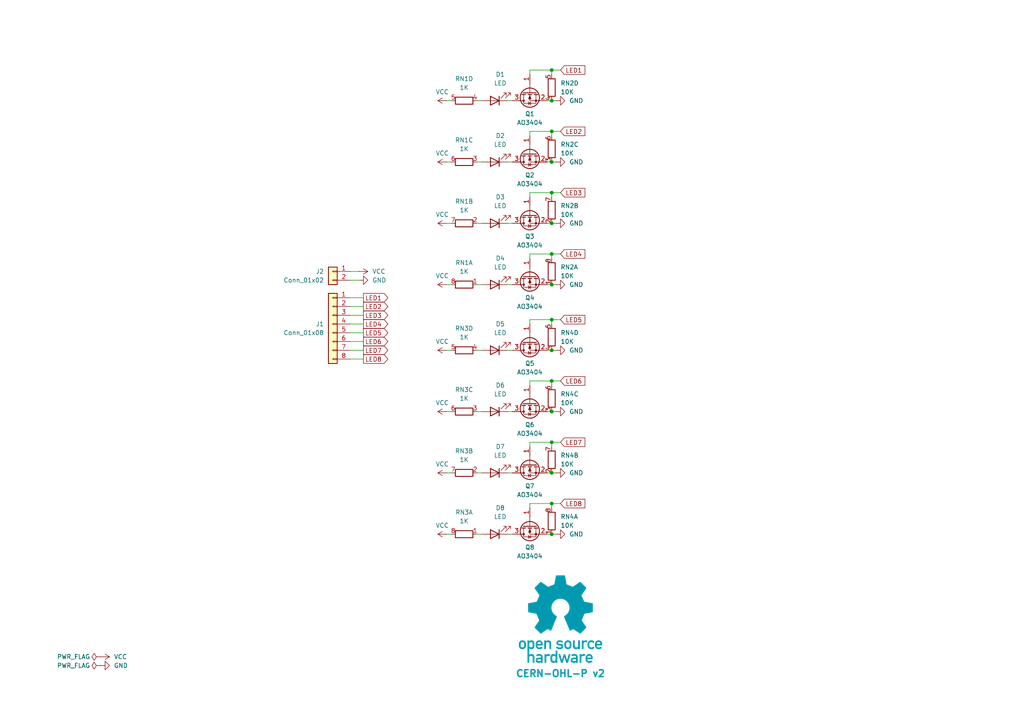
<source format=kicad_sch>
(kicad_sch (version 20231120) (generator "eeschema") (generator_version "8.0")
  (paper "A4")
  (title_block (title "Logic LED Jig") (date "2024-03-22"))
  (lib_symbols
    (symbol "Connector_Generic:Conn_01x02" (pin_names (offset 1.016) hide)
      (property "Reference" "J" (at 0 2.54 0))
      (property "Value" "Conn_01x02" (at 0 -5.08 0))
      (symbol "Conn_01x02_1_1"
        (rectangle (start -1.27 -2.413) (end 0 -2.667) (stroke (width 0.1524)))
        (rectangle (start -1.27 0.127) (end 0 -0.127) (stroke (width 0.1524)))
        (rectangle (start -1.27 1.27) (end 1.27 -3.81) (stroke (width 0.254)) (fill (type background)))
        (pin passive line (at -5.08 0 0) (length 3.81) (name "Pin_1") (number "1"))
        (pin passive line (at -5.08 -2.54 0) (length 3.81) (name "Pin_2") (number "2"))
      )
    )
    (symbol "Connector_Generic:Conn_01x08" (pin_names (offset 1.016) hide)
      (property "Reference" "J" (at 0 10.16 0))
      (property "Value" "Conn_01x08" (at 0 -12.7 0))
      (symbol "Conn_01x08_1_1"
        (rectangle (start -1.27 -10.033) (end 0 -10.287) (stroke (width 0.1524)))
        (rectangle (start -1.27 -7.493) (end 0 -7.747) (stroke (width 0.1524)))
        (rectangle (start -1.27 -4.953) (end 0 -5.207) (stroke (width 0.1524)))
        (rectangle (start -1.27 -2.413) (end 0 -2.667) (stroke (width 0.1524)))
        (rectangle (start -1.27 0.127) (end 0 -0.127) (stroke (width 0.1524)))
        (rectangle (start -1.27 2.667) (end 0 2.413) (stroke (width 0.1524)))
        (rectangle (start -1.27 5.207) (end 0 4.953) (stroke (width 0.1524)))
        (rectangle (start -1.27 7.747) (end 0 7.493) (stroke (width 0.1524)))
        (rectangle (start -1.27 8.89) (end 1.27 -11.43) (stroke (width 0.254)) (fill (type background)))
        (pin passive line (at -5.08 7.62 0) (length 3.81) (name "Pin_1") (number "1"))
        (pin passive line (at -5.08 5.08 0) (length 3.81) (name "Pin_2") (number "2"))
        (pin passive line (at -5.08 2.54 0) (length 3.81) (name "Pin_3") (number "3"))
        (pin passive line (at -5.08 0 0) (length 3.81) (name "Pin_4") (number "4"))
        (pin passive line (at -5.08 -2.54 0) (length 3.81) (name "Pin_5") (number "5"))
        (pin passive line (at -5.08 -5.08 0) (length 3.81) (name "Pin_6") (number "6"))
        (pin passive line (at -5.08 -7.62 0) (length 3.81) (name "Pin_7") (number "7"))
        (pin passive line (at -5.08 -10.16 0) (length 3.81) (name "Pin_8") (number "8"))
      )
    )
    (symbol "Device:LED" (pin_numbers hide) (pin_names (offset 1.016) hide)
      (property "Reference" "D" (at 0 2.54 0))
      (property "Value" "LED" (at 0 -2.54 0))
      (symbol "LED_0_1"
        (polyline (pts (xy -1.27 -1.27) (xy -1.27 1.27)) (stroke (width 0.254)))
        (polyline (pts (xy -1.27 0) (xy 1.27 0)))
        (polyline (pts (xy 1.27 -1.27) (xy 1.27 1.27) (xy -1.27 0) (xy 1.27 -1.27)) (stroke (width 0.254)))
        (polyline (pts (xy -3.048 -0.762) (xy -4.572 -2.286) (xy -3.81 -2.286) (xy -4.572 -2.286) (xy -4.572 -1.524)))
        (polyline (pts (xy -1.778 -0.762) (xy -3.302 -2.286) (xy -2.54 -2.286) (xy -3.302 -2.286) (xy -3.302 -1.524)))
      )
      (symbol "LED_1_1"
        (pin passive line (at -3.81 0 0) (length 2.54) (name "K") (number "1"))
        (pin passive line (at 3.81 0 180) (length 2.54) (name "A") (number "2"))
      )
    )
    (symbol "Device:R_Pack04_Split" (pin_names (offset 0) hide)
      (property "Reference" "RN" (at 2.032 0 90))
      (property "Value" "R_Pack04_Split" (at 0 0 90))
      (symbol "R_Pack04_Split_0_1"
        (rectangle (start 1.016 2.54) (end -1.016 -2.54) (stroke (width 0.254)))
      )
      (symbol "R_Pack04_Split_1_1"
        (pin passive line (at 0 -3.81 90) (length 1.27) (name "R1.1") (number "1"))
        (pin passive line (at 0 3.81 270) (length 1.27) (name "R1.2") (number "8"))
      )
      (symbol "R_Pack04_Split_2_1"
        (pin passive line (at 0 -3.81 90) (length 1.27) (name "R2.1") (number "2"))
        (pin passive line (at 0 3.81 270) (length 1.27) (name "R2.2") (number "7"))
      )
      (symbol "R_Pack04_Split_3_1"
        (pin passive line (at 0 -3.81 90) (length 1.27) (name "R3.1") (number "3"))
        (pin passive line (at 0 3.81 270) (length 1.27) (name "R3.2") (number "6"))
      )
      (symbol "R_Pack04_Split_4_1"
        (pin passive line (at 0 -3.81 90) (length 1.27) (name "R4.1") (number "4"))
        (pin passive line (at 0 3.81 270) (length 1.27) (name "R4.2") (number "5"))
      )
    )
    (symbol "Transistor_FET:AO3400A" (pin_names hide)
      (property "Reference" "Q" (at 5.08 1.905 0))
      (property "Value" "AO3400A" (at 5.08 0 0))
      (symbol "AO3400A_0_1"
        (polyline (pts (xy 0.254 0) (xy -2.54 0)))
        (polyline (pts (xy 0.254 1.905) (xy 0.254 -1.905)) (stroke (width 0.254)))
        (polyline (pts (xy 0.762 -1.27) (xy 0.762 -2.286)) (stroke (width 0.254)))
        (polyline (pts (xy 0.762 0.508) (xy 0.762 -0.508)) (stroke (width 0.254)))
        (polyline (pts (xy 0.762 2.286) (xy 0.762 1.27)) (stroke (width 0.254)))
        (polyline (pts (xy 2.54 2.54) (xy 2.54 1.778)))
        (polyline (pts (xy 2.54 -2.54) (xy 2.54 0) (xy 0.762 0)))
        (polyline (pts (xy 0.762 -1.778) (xy 3.302 -1.778) (xy 3.302 1.778) (xy 0.762 1.778)))
        (polyline (pts (xy 1.016 0) (xy 2.032 0.381) (xy 2.032 -0.381) (xy 1.016 0)) (fill (type outline)))
        (polyline (pts (xy 2.794 0.508) (xy 2.921 0.381) (xy 3.683 0.381) (xy 3.81 0.254)))
        (polyline (pts (xy 3.302 0.381) (xy 2.921 -0.254) (xy 3.683 -0.254) (xy 3.302 0.381)))
        (circle (center 1.651 0) (radius 2.794) (stroke (width 0.254)))
        (circle (center 2.54 -1.778) (radius 0.254) (fill (type outline)))
        (circle (center 2.54 1.778) (radius 0.254) (fill (type outline)))
      )
      (symbol "AO3400A_1_1"
        (pin input line (at -5.08 0 0) (length 2.54) (name "G") (number "1"))
        (pin passive line (at 2.54 -5.08 90) (length 2.54) (name "S") (number "2"))
        (pin passive line (at 2.54 5.08 270) (length 2.54) (name "D") (number "3"))
      )
    )
    (symbol "power:GND" (power) (pin_numbers hide) (pin_names (offset 0) hide)
      (property "Value" "GND" (at 0 -3.81 0))
      (symbol "GND_0_1"
        (polyline (pts (xy 0 0) (xy 0 -1.27) (xy 1.27 -1.27) (xy 0 -2.54) (xy -1.27 -1.27) (xy 0 -1.27)))
      )
      (symbol "GND_1_1"
        (pin power_in line (at 0 0 270) (length 0) (name "~") (number "1"))
      )
    )
    (symbol "power:PWR_FLAG" (power) (pin_numbers hide) (pin_names (offset 0) hide)
      (property "Value" "PWR_FLAG" (at 0 3.81 0))
      (symbol "PWR_FLAG_0_0"
        (pin power_out line (at 0 0 90) (length 0) (name "~") (number "1"))
      )
      (symbol "PWR_FLAG_0_1"
        (polyline (pts (xy 0 0) (xy 0 1.27) (xy -1.016 1.905) (xy 0 2.54) (xy 1.016 1.905) (xy 0 1.27)))
      )
    )
    (symbol "power:VCC" (power) (pin_numbers hide) (pin_names (offset 0) hide)
      (property "Value" "VCC" (at 0 3.556 0))
      (symbol "VCC_0_1"
        (polyline (pts (xy -0.762 1.27) (xy 0 2.54)))
        (polyline (pts (xy 0 0) (xy 0 2.54)))
        (polyline (pts (xy 0 2.54) (xy 0.762 1.27)))
      )
      (symbol "VCC_1_1"
        (pin power_in line (at 0 0 90) (length 0) (name "~") (number "1"))
      )
    )
  )
  (junction (at 160.02 119.38))
  (junction (at 160.02 73.66))
  (junction (at 160.02 82.55))
  (junction (at 160.02 128.27))
  (junction (at 160.02 29.21))
  (junction (at 160.02 154.94))
  (junction (at 160.02 20.32))
  (junction (at 160.02 101.6))
  (junction (at 160.02 110.49))
  (junction (at 160.02 92.71))
  (junction (at 160.02 146.05))
  (junction (at 160.02 38.1))
  (junction (at 160.02 46.99))
  (junction (at 160.02 137.16))
  (junction (at 160.02 55.88))
  (junction (at 160.02 64.77))
  (wire (pts (xy 153.67 38.1) (xy 153.67 39.37)))
  (wire (pts (xy 147.32 82.55) (xy 148.59 82.55)))
  (wire (pts (xy 147.32 154.94) (xy 148.59 154.94)))
  (wire (pts (xy 101.6 93.98) (xy 105.41 93.98)))
  (wire (pts (xy 101.6 99.06) (xy 105.41 99.06)))
  (wire (pts (xy 160.02 128.27) (xy 153.67 128.27)))
  (wire (pts (xy 101.6 78.74) (xy 104.14 78.74)))
  (wire (pts (xy 160.02 21.59) (xy 160.02 20.32)))
  (wire (pts (xy 129.54 137.16) (xy 130.81 137.16)))
  (wire (pts (xy 101.6 104.14) (xy 105.41 104.14)))
  (wire (pts (xy 158.75 101.6) (xy 160.02 101.6)))
  (wire (pts (xy 129.54 101.6) (xy 130.81 101.6)))
  (wire (pts (xy 160.02 73.66) (xy 162.56 73.66)))
  (wire (pts (xy 160.02 73.66) (xy 153.67 73.66)))
  (wire (pts (xy 129.54 82.55) (xy 130.81 82.55)))
  (wire (pts (xy 160.02 92.71) (xy 162.56 92.71)))
  (wire (pts (xy 158.75 154.94) (xy 160.02 154.94)))
  (wire (pts (xy 160.02 82.55) (xy 161.29 82.55)))
  (wire (pts (xy 158.75 29.21) (xy 160.02 29.21)))
  (wire (pts (xy 160.02 20.32) (xy 162.56 20.32)))
  (wire (pts (xy 160.02 137.16) (xy 161.29 137.16)))
  (wire (pts (xy 160.02 55.88) (xy 162.56 55.88)))
  (wire (pts (xy 160.02 38.1) (xy 153.67 38.1)))
  (wire (pts (xy 160.02 154.94) (xy 161.29 154.94)))
  (wire (pts (xy 147.32 119.38) (xy 148.59 119.38)))
  (wire (pts (xy 160.02 147.32) (xy 160.02 146.05)))
  (wire (pts (xy 160.02 93.98) (xy 160.02 92.71)))
  (wire (pts (xy 153.67 92.71) (xy 153.67 93.98)))
  (wire (pts (xy 153.67 73.66) (xy 153.67 74.93)))
  (wire (pts (xy 153.67 55.88) (xy 153.67 57.15)))
  (wire (pts (xy 160.02 110.49) (xy 162.56 110.49)))
  (wire (pts (xy 158.75 119.38) (xy 160.02 119.38)))
  (wire (pts (xy 138.43 46.99) (xy 139.7 46.99)))
  (wire (pts (xy 129.54 29.21) (xy 130.81 29.21)))
  (wire (pts (xy 101.6 81.28) (xy 104.14 81.28)))
  (wire (pts (xy 160.02 64.77) (xy 161.29 64.77)))
  (wire (pts (xy 160.02 57.15) (xy 160.02 55.88)))
  (wire (pts (xy 160.02 101.6) (xy 161.29 101.6)))
  (wire (pts (xy 129.54 46.99) (xy 130.81 46.99)))
  (wire (pts (xy 158.75 137.16) (xy 160.02 137.16)))
  (wire (pts (xy 138.43 154.94) (xy 139.7 154.94)))
  (wire (pts (xy 160.02 38.1) (xy 162.56 38.1)))
  (wire (pts (xy 160.02 129.54) (xy 160.02 128.27)))
  (wire (pts (xy 138.43 101.6) (xy 139.7 101.6)))
  (wire (pts (xy 147.32 64.77) (xy 148.59 64.77)))
  (wire (pts (xy 160.02 110.49) (xy 153.67 110.49)))
  (wire (pts (xy 147.32 46.99) (xy 148.59 46.99)))
  (wire (pts (xy 160.02 39.37) (xy 160.02 38.1)))
  (wire (pts (xy 158.75 82.55) (xy 160.02 82.55)))
  (wire (pts (xy 160.02 74.93) (xy 160.02 73.66)))
  (wire (pts (xy 129.54 64.77) (xy 130.81 64.77)))
  (wire (pts (xy 153.67 146.05) (xy 153.67 147.32)))
  (wire (pts (xy 160.02 55.88) (xy 153.67 55.88)))
  (wire (pts (xy 129.54 119.38) (xy 130.81 119.38)))
  (wire (pts (xy 147.32 137.16) (xy 148.59 137.16)))
  (wire (pts (xy 138.43 82.55) (xy 139.7 82.55)))
  (wire (pts (xy 153.67 110.49) (xy 153.67 111.76)))
  (wire (pts (xy 138.43 137.16) (xy 139.7 137.16)))
  (wire (pts (xy 160.02 92.71) (xy 153.67 92.71)))
  (wire (pts (xy 138.43 119.38) (xy 139.7 119.38)))
  (wire (pts (xy 158.75 64.77) (xy 160.02 64.77)))
  (wire (pts (xy 101.6 86.36) (xy 105.41 86.36)))
  (wire (pts (xy 153.67 128.27) (xy 153.67 129.54)))
  (wire (pts (xy 101.6 88.9) (xy 105.41 88.9)))
  (wire (pts (xy 160.02 29.21) (xy 161.29 29.21)))
  (wire (pts (xy 138.43 64.77) (xy 139.7 64.77)))
  (wire (pts (xy 160.02 146.05) (xy 162.56 146.05)))
  (wire (pts (xy 160.02 128.27) (xy 162.56 128.27)))
  (wire (pts (xy 158.75 46.99) (xy 160.02 46.99)))
  (wire (pts (xy 160.02 111.76) (xy 160.02 110.49)))
  (wire (pts (xy 160.02 146.05) (xy 153.67 146.05)))
  (wire (pts (xy 101.6 91.44) (xy 105.41 91.44)))
  (wire (pts (xy 160.02 119.38) (xy 161.29 119.38)))
  (wire (pts (xy 153.67 20.32) (xy 153.67 21.59)))
  (wire (pts (xy 160.02 20.32) (xy 153.67 20.32)))
  (wire (pts (xy 138.43 29.21) (xy 139.7 29.21)))
  (wire (pts (xy 160.02 46.99) (xy 161.29 46.99)))
  (wire (pts (xy 147.32 29.21) (xy 148.59 29.21)))
  (wire (pts (xy 101.6 101.6) (xy 105.41 101.6)))
  (wire (pts (xy 101.6 96.52) (xy 105.41 96.52)))
  (wire (pts (xy 147.32 101.6) (xy 148.59 101.6)))
  (wire (pts (xy 129.54 154.94) (xy 130.81 154.94)))
  (image (at 162.56 179.578) (scale 0.37481))
  (text "CERN-OHL-P v2" (at 162.56 195.58 0) (effects (font (size 2 2) (thickness 0.4) (bold yes))))
  (global_label "LED5" (shape input) (at 162.56 92.71 0) (property "Intersheetrefs" "${INTERSHEET_REFS}" (effects (hide yes))))
  (global_label "LED3" (shape output) (at 105.41 91.44 0) (property "Intersheetrefs" "${INTERSHEET_REFS}" (effects (hide yes))))
  (global_label "LED8" (shape output) (at 105.41 104.14 0) (property "Intersheetrefs" "${INTERSHEET_REFS}" (effects (hide yes))))
  (global_label "LED2" (shape output) (at 105.41 88.9 0) (property "Intersheetrefs" "${INTERSHEET_REFS}" (effects (hide yes))))
  (global_label "LED5" (shape output) (at 105.41 96.52 0) (property "Intersheetrefs" "${INTERSHEET_REFS}" (effects (hide yes))))
  (global_label "LED6" (shape input) (at 162.56 110.49 0) (property "Intersheetrefs" "${INTERSHEET_REFS}" (effects (hide yes))))
  (global_label "LED7" (shape output) (at 105.41 101.6 0) (property "Intersheetrefs" "${INTERSHEET_REFS}" (effects (hide yes))))
  (global_label "LED4" (shape input) (at 162.56 73.66 0) (property "Intersheetrefs" "${INTERSHEET_REFS}" (effects (hide yes))))
  (global_label "LED1" (shape input) (at 162.56 20.32 0) (property "Intersheetrefs" "${INTERSHEET_REFS}" (effects (hide yes))))
  (global_label "LED7" (shape input) (at 162.56 128.27 0) (property "Intersheetrefs" "${INTERSHEET_REFS}" (effects (hide yes))))
  (global_label "LED1" (shape output) (at 105.41 86.36 0) (property "Intersheetrefs" "${INTERSHEET_REFS}" (effects (hide yes))))
  (global_label "LED2" (shape input) (at 162.56 38.1 0) (property "Intersheetrefs" "${INTERSHEET_REFS}" (effects (hide yes))))
  (global_label "LED4" (shape output) (at 105.41 93.98 0) (property "Intersheetrefs" "${INTERSHEET_REFS}" (effects (hide yes))))
  (global_label "LED8" (shape input) (at 162.56 146.05 0) (property "Intersheetrefs" "${INTERSHEET_REFS}" (effects (hide yes))))
  (global_label "LED3" (shape input) (at 162.56 55.88 0) (property "Intersheetrefs" "${INTERSHEET_REFS}" (effects (hide yes))))
  (global_label "LED6" (shape output) (at 105.41 99.06 0) (property "Intersheetrefs" "${INTERSHEET_REFS}" (effects (hide yes))))
  (symbol (lib_id "Connector_Generic:Conn_01x08") (at 96.52 93.98 0) (mirror y) (unit 1)
    (property "Reference" "J1" (at 93.98 93.9799 0) (effects (justify left)))
    (property "Value" "Conn_01x08" (at 93.98 96.5199 0) (effects (justify left)))
    (property "Footprint" "custom:PinHeader_1x08_P2.54mm_Vertical_simple" (effects (hide yes)))
    (property "Description" "Generic connector, single row, 01x08, script generated (kicad-library-utils/schlib/autogen/connector/)" (effects (hide yes)))
  )
  (symbol (lib_id "Device:R_Pack04_Split") (at 160.02 115.57 0) (unit 3)
    (property "Reference" "RN4" (at 162.56 114.2999 0) (effects (justify left)))
    (property "Value" "10K" (at 162.56 116.8399 0) (effects (justify left)))
    (property "Footprint" "Resistor_SMD:R_Array_Convex_4x0603" (effects (hide yes)))
    (property "Description" "4 resistor network, parallel topology, split" (effects (hide yes)))
  )
  (symbol (lib_id "Device:LED") (at 143.51 154.94 180) (unit 1)
    (property "Reference" "D8" (at 145.0975 147.32 0))
    (property "Value" "LED" (at 145.0975 149.86 0))
    (property "Footprint" "discrete:LED_0805_2012Metric" (effects (hide yes)))
    (property "Description" "Light emitting diode" (effects (hide yes)))
  )
  (symbol (lib_id "Transistor_FET:AO3400A") (at 153.67 44.45 90) (mirror x) (unit 1)
    (property "Reference" "Q2" (at 153.67 50.8 90))
    (property "Value" "AO3404	" (at 154.94 53.34 90))
    (property "Footprint" "Package_TO_SOT_SMD:SOT-23" (effects (hide yes)))
    (property "Datasheet" "http://www.aosmd.com/pdfs/datasheet/AO3404.pdf" (effects (hide yes)))
    (property "Description" "30V Vds, 5A Id, N-Channel MOSFET, SOT-23" (effects (hide yes)))
  )
  (symbol (lib_id "power:GND") (at 161.29 101.6 90) (unit 1)
    (property "Reference" "#PWR017" (effects (hide yes)))
    (property "Value" "GND" (at 165.1 101.6 90) (effects (justify right)))
    (property "Description" "Power symbol creates a global label with name \"GND\" , ground" (effects (hide yes)))
  )
  (symbol (lib_id "power:PWR_FLAG") (at 29.21 193.04 90) (unit 1)
    (property "Reference" "#FLG01" (effects (hide yes)))
    (property "Value" "PWR_FLAG" (at 21.336 193.04 90))
    (property "Description" "Special symbol for telling ERC where power comes from" (effects (hide yes)))
  )
  (symbol (lib_id "Device:R_Pack04_Split") (at 160.02 60.96 0) (unit 2)
    (property "Reference" "RN2" (at 162.56 59.6899 0) (effects (justify left)))
    (property "Value" "10K" (at 162.56 62.2299 0) (effects (justify left)))
    (property "Footprint" "Resistor_SMD:R_Array_Convex_4x0603" (effects (hide yes)))
    (property "Description" "4 resistor network, parallel topology, split" (effects (hide yes)))
  )
  (symbol (lib_id "Device:R_Pack04_Split") (at 134.62 101.6 90) (unit 4)
    (property "Reference" "RN3" (at 134.62 95.25 90))
    (property "Value" "1K" (at 134.62 97.79 90))
    (property "Footprint" "Resistor_SMD:R_Array_Convex_4x0603" (effects (hide yes)))
    (property "Description" "4 resistor network, parallel topology, split" (effects (hide yes)))
  )
  (symbol (lib_id "power:GND") (at 161.29 46.99 90) (unit 1)
    (property "Reference" "#PWR08" (effects (hide yes)))
    (property "Value" "GND" (at 165.1 46.99 90) (effects (justify right)))
    (property "Description" "Power symbol creates a global label with name \"GND\" , ground" (effects (hide yes)))
  )
  (symbol (lib_id "Device:LED") (at 143.51 46.99 180) (unit 1)
    (property "Reference" "D2" (at 145.0975 39.37 0))
    (property "Value" "LED" (at 145.0975 41.91 0))
    (property "Footprint" "discrete:LED_0805_2012Metric" (effects (hide yes)))
    (property "Description" "Light emitting diode" (effects (hide yes)))
  )
  (symbol (lib_id "Connector_Generic:Conn_01x02") (at 96.52 78.74 0) (mirror y) (unit 1)
    (property "Reference" "J2" (at 93.98 78.7399 0) (effects (justify left)))
    (property "Value" "Conn_01x02" (at 93.98 81.2799 0) (effects (justify left)))
    (property "Footprint" "custom:PinHeader_1x02_P2.54mm_Vertical_simple_pad2gnd" (effects (hide yes)))
    (property "Description" "Generic connector, single row, 01x02, script generated (kicad-library-utils/schlib/autogen/connector/)" (effects (hide yes)))
  )
  (symbol (lib_id "Transistor_FET:AO3400A") (at 153.67 26.67 90) (mirror x) (unit 1)
    (property "Reference" "Q1" (at 153.67 33.02 90))
    (property "Value" "AO3404	" (at 154.94 35.56 90))
    (property "Footprint" "Package_TO_SOT_SMD:SOT-23" (effects (hide yes)))
    (property "Datasheet" "http://www.aosmd.com/pdfs/datasheet/AO3404.pdf" (effects (hide yes)))
    (property "Description" "30V Vds, 5A Id, N-Channel MOSFET, SOT-23" (effects (hide yes)))
  )
  (symbol (lib_id "Transistor_FET:AO3400A") (at 153.67 80.01 90) (mirror x) (unit 1)
    (property "Reference" "Q4" (at 153.67 86.36 90))
    (property "Value" "AO3404	" (at 154.94 88.9 90))
    (property "Footprint" "Package_TO_SOT_SMD:SOT-23" (effects (hide yes)))
    (property "Datasheet" "http://www.aosmd.com/pdfs/datasheet/AO3404.pdf" (effects (hide yes)))
    (property "Description" "30V Vds, 5A Id, N-Channel MOSFET, SOT-23" (effects (hide yes)))
  )
  (symbol (lib_id "Transistor_FET:AO3400A") (at 153.67 152.4 90) (mirror x) (unit 1)
    (property "Reference" "Q8" (at 153.67 158.75 90))
    (property "Value" "AO3404	" (at 154.94 161.29 90))
    (property "Footprint" "Package_TO_SOT_SMD:SOT-23" (effects (hide yes)))
    (property "Datasheet" "http://www.aosmd.com/pdfs/datasheet/AO3404.pdf" (effects (hide yes)))
    (property "Description" "30V Vds, 5A Id, N-Channel MOSFET, SOT-23" (effects (hide yes)))
  )
  (symbol (lib_id "power:VCC") (at 129.54 82.55 90) (unit 1)
    (property "Reference" "#PWR010" (effects (hide yes)))
    (property "Value" "VCC" (at 128.27 80.01 90))
    (property "Description" "Power symbol creates a global label with name \"VCC\"" (effects (hide yes)))
  )
  (symbol (lib_id "Device:R_Pack04_Split") (at 160.02 43.18 0) (unit 3)
    (property "Reference" "RN2" (at 162.56 41.9099 0) (effects (justify left)))
    (property "Value" "10K" (at 162.56 44.4499 0) (effects (justify left)))
    (property "Footprint" "Resistor_SMD:R_Array_Convex_4x0603" (effects (hide yes)))
    (property "Description" "4 resistor network, parallel topology, split" (effects (hide yes)))
  )
  (symbol (lib_id "power:VCC") (at 129.54 101.6 90) (unit 1)
    (property "Reference" "#PWR013" (effects (hide yes)))
    (property "Value" "VCC" (at 128.27 99.06 90))
    (property "Description" "Power symbol creates a global label with name \"VCC\"" (effects (hide yes)))
  )
  (symbol (lib_id "power:VCC") (at 129.54 64.77 90) (unit 1)
    (property "Reference" "#PWR09" (effects (hide yes)))
    (property "Value" "VCC" (at 128.27 62.23 90))
    (property "Description" "Power symbol creates a global label with name \"VCC\"" (effects (hide yes)))
  )
  (symbol (lib_id "Device:R_Pack04_Split") (at 134.62 137.16 90) (unit 2)
    (property "Reference" "RN3" (at 134.62 130.81 90))
    (property "Value" "1K" (at 134.62 133.35 90))
    (property "Footprint" "Resistor_SMD:R_Array_Convex_4x0603" (effects (hide yes)))
    (property "Description" "4 resistor network, parallel topology, split" (effects (hide yes)))
  )
  (symbol (lib_id "Device:LED") (at 143.51 119.38 180) (unit 1)
    (property "Reference" "D6" (at 145.0975 111.76 0))
    (property "Value" "LED" (at 145.0975 114.3 0))
    (property "Footprint" "discrete:LED_0805_2012Metric" (effects (hide yes)))
    (property "Description" "Light emitting diode" (effects (hide yes)))
  )
  (symbol (lib_id "Device:R_Pack04_Split") (at 160.02 25.4 0) (unit 4)
    (property "Reference" "RN2" (at 162.56 24.1299 0) (effects (justify left)))
    (property "Value" "10K" (at 162.56 26.6699 0) (effects (justify left)))
    (property "Footprint" "Resistor_SMD:R_Array_Convex_4x0603" (effects (hide yes)))
    (property "Description" "4 resistor network, parallel topology, split" (effects (hide yes)))
  )
  (symbol (lib_id "Device:LED") (at 143.51 29.21 180) (unit 1)
    (property "Reference" "D1" (at 145.0975 21.59 0))
    (property "Value" "LED" (at 145.0975 24.13 0))
    (property "Footprint" "discrete:LED_0805_2012Metric" (effects (hide yes)))
    (property "Description" "Light emitting diode" (effects (hide yes)))
  )
  (symbol (lib_id "power:GND") (at 104.14 81.28 90) (unit 1)
    (property "Reference" "#PWR06" (effects (hide yes)))
    (property "Value" "GND" (at 107.95 81.28 90) (effects (justify right)))
    (property "Description" "Power symbol creates a global label with name \"GND\" , ground" (effects (hide yes)))
  )
  (symbol (lib_id "power:VCC") (at 104.14 78.74 270) (unit 1)
    (property "Reference" "#PWR05" (effects (hide yes)))
    (property "Value" "VCC" (at 107.95 78.7399 90) (effects (justify left)))
    (property "Description" "Power symbol creates a global label with name \"VCC\"" (effects (hide yes)))
  )
  (symbol (lib_id "Device:LED") (at 143.51 101.6 180) (unit 1)
    (property "Reference" "D5" (at 145.0975 93.98 0))
    (property "Value" "LED" (at 145.0975 96.52 0))
    (property "Footprint" "discrete:LED_0805_2012Metric" (effects (hide yes)))
    (property "Description" "Light emitting diode" (effects (hide yes)))
  )
  (symbol (lib_id "Device:R_Pack04_Split") (at 134.62 29.21 90) (unit 4)
    (property "Reference" "RN1" (at 134.62 22.86 90))
    (property "Value" "1K" (at 134.62 25.4 90))
    (property "Footprint" "Resistor_SMD:R_Array_Convex_4x0603" (effects (hide yes)))
    (property "Description" "4 resistor network, parallel topology, split" (effects (hide yes)))
  )
  (symbol (lib_id "Device:R_Pack04_Split") (at 134.62 46.99 90) (unit 3)
    (property "Reference" "RN1" (at 134.62 40.64 90))
    (property "Value" "1K" (at 134.62 43.18 90))
    (property "Footprint" "Resistor_SMD:R_Array_Convex_4x0603" (effects (hide yes)))
    (property "Description" "4 resistor network, parallel topology, split" (effects (hide yes)))
  )
  (symbol (lib_id "power:VCC") (at 129.54 154.94 90) (unit 1)
    (property "Reference" "#PWR016" (effects (hide yes)))
    (property "Value" "VCC" (at 128.27 152.4 90))
    (property "Description" "Power symbol creates a global label with name \"VCC\"" (effects (hide yes)))
  )
  (symbol (lib_id "power:GND") (at 161.29 29.21 90) (unit 1)
    (property "Reference" "#PWR04" (effects (hide yes)))
    (property "Value" "GND" (at 165.1 29.21 90) (effects (justify right)))
    (property "Description" "Power symbol creates a global label with name \"GND\" , ground" (effects (hide yes)))
  )
  (symbol (lib_id "Transistor_FET:AO3400A") (at 153.67 62.23 90) (mirror x) (unit 1)
    (property "Reference" "Q3" (at 153.67 68.58 90))
    (property "Value" "AO3404	" (at 154.94 71.12 90))
    (property "Footprint" "Package_TO_SOT_SMD:SOT-23" (effects (hide yes)))
    (property "Datasheet" "http://www.aosmd.com/pdfs/datasheet/AO3404.pdf" (effects (hide yes)))
    (property "Description" "30V Vds, 5A Id, N-Channel MOSFET, SOT-23" (effects (hide yes)))
  )
  (symbol (lib_id "Device:R_Pack04_Split") (at 160.02 78.74 0) (unit 1)
    (property "Reference" "RN2" (at 162.56 77.4699 0) (effects (justify left)))
    (property "Value" "10K" (at 162.56 80.0099 0) (effects (justify left)))
    (property "Footprint" "Resistor_SMD:R_Array_Convex_4x0603" (effects (hide yes)))
    (property "Description" "4 resistor network, parallel topology, split" (effects (hide yes)))
  )
  (symbol (lib_id "power:VCC") (at 29.21 190.5 270) (unit 1)
    (property "Reference" "#PWR02" (effects (hide yes)))
    (property "Value" "VCC" (at 33.02 190.5 90) (effects (justify left)))
    (property "Description" "Power symbol creates a global label with name \"VCC\"" (effects (hide yes)))
  )
  (symbol (lib_id "power:GND") (at 161.29 137.16 90) (unit 1)
    (property "Reference" "#PWR019" (effects (hide yes)))
    (property "Value" "GND" (at 165.1 137.16 90) (effects (justify right)))
    (property "Description" "Power symbol creates a global label with name \"GND\" , ground" (effects (hide yes)))
  )
  (symbol (lib_id "power:GND") (at 161.29 119.38 90) (unit 1)
    (property "Reference" "#PWR018" (effects (hide yes)))
    (property "Value" "GND" (at 165.1 119.38 90) (effects (justify right)))
    (property "Description" "Power symbol creates a global label with name \"GND\" , ground" (effects (hide yes)))
  )
  (symbol (lib_id "Transistor_FET:AO3400A") (at 153.67 99.06 90) (mirror x) (unit 1)
    (property "Reference" "Q5" (at 153.67 105.41 90))
    (property "Value" "AO3404	" (at 154.94 107.95 90))
    (property "Footprint" "Package_TO_SOT_SMD:SOT-23" (effects (hide yes)))
    (property "Datasheet" "http://www.aosmd.com/pdfs/datasheet/AO3404.pdf" (effects (hide yes)))
    (property "Description" "30V Vds, 5A Id, N-Channel MOSFET, SOT-23" (effects (hide yes)))
  )
  (symbol (lib_id "power:GND") (at 161.29 154.94 90) (unit 1)
    (property "Reference" "#PWR020" (effects (hide yes)))
    (property "Value" "GND" (at 165.1 154.94 90) (effects (justify right)))
    (property "Description" "Power symbol creates a global label with name \"GND\" , ground" (effects (hide yes)))
  )
  (symbol (lib_id "Transistor_FET:AO3400A") (at 153.67 134.62 90) (mirror x) (unit 1)
    (property "Reference" "Q7" (at 153.67 140.97 90))
    (property "Value" "AO3404	" (at 154.94 143.51 90))
    (property "Footprint" "Package_TO_SOT_SMD:SOT-23" (effects (hide yes)))
    (property "Datasheet" "http://www.aosmd.com/pdfs/datasheet/AO3404.pdf" (effects (hide yes)))
    (property "Description" "30V Vds, 5A Id, N-Channel MOSFET, SOT-23" (effects (hide yes)))
  )
  (symbol (lib_id "power:VCC") (at 129.54 46.99 90) (unit 1)
    (property "Reference" "#PWR07" (effects (hide yes)))
    (property "Value" "VCC" (at 128.27 44.45 90))
    (property "Description" "Power symbol creates a global label with name \"VCC\"" (effects (hide yes)))
  )
  (symbol (lib_id "power:GND") (at 161.29 82.55 90) (unit 1)
    (property "Reference" "#PWR012" (effects (hide yes)))
    (property "Value" "GND" (at 165.1 82.55 90) (effects (justify right)))
    (property "Description" "Power symbol creates a global label with name \"GND\" , ground" (effects (hide yes)))
  )
  (symbol (lib_id "Device:LED") (at 143.51 82.55 180) (unit 1)
    (property "Reference" "D4" (at 145.0975 74.93 0))
    (property "Value" "LED" (at 145.0975 77.47 0))
    (property "Footprint" "discrete:LED_0805_2012Metric" (effects (hide yes)))
    (property "Description" "Light emitting diode" (effects (hide yes)))
  )
  (symbol (lib_id "Device:R_Pack04_Split") (at 160.02 97.79 0) (unit 4)
    (property "Reference" "RN4" (at 162.56 96.5199 0) (effects (justify left)))
    (property "Value" "10K" (at 162.56 99.0599 0) (effects (justify left)))
    (property "Footprint" "Resistor_SMD:R_Array_Convex_4x0603" (effects (hide yes)))
    (property "Description" "4 resistor network, parallel topology, split" (effects (hide yes)))
  )
  (symbol (lib_id "power:VCC") (at 129.54 137.16 90) (unit 1)
    (property "Reference" "#PWR015" (effects (hide yes)))
    (property "Value" "VCC" (at 128.27 134.62 90))
    (property "Description" "Power symbol creates a global label with name \"VCC\"" (effects (hide yes)))
  )
  (symbol (lib_id "Device:R_Pack04_Split") (at 134.62 64.77 90) (unit 2)
    (property "Reference" "RN1" (at 134.62 58.42 90))
    (property "Value" "1K" (at 134.62 60.96 90))
    (property "Footprint" "Resistor_SMD:R_Array_Convex_4x0603" (effects (hide yes)))
    (property "Description" "4 resistor network, parallel topology, split" (effects (hide yes)))
  )
  (symbol (lib_id "Device:LED") (at 143.51 64.77 180) (unit 1)
    (property "Reference" "D3" (at 145.0975 57.15 0))
    (property "Value" "LED" (at 145.0975 59.69 0))
    (property "Footprint" "discrete:LED_0805_2012Metric" (effects (hide yes)))
    (property "Description" "Light emitting diode" (effects (hide yes)))
  )
  (symbol (lib_id "Device:R_Pack04_Split") (at 134.62 119.38 90) (unit 3)
    (property "Reference" "RN3" (at 134.62 113.03 90))
    (property "Value" "1K" (at 134.62 115.57 90))
    (property "Footprint" "Resistor_SMD:R_Array_Convex_4x0603" (effects (hide yes)))
    (property "Description" "4 resistor network, parallel topology, split" (effects (hide yes)))
  )
  (symbol (lib_id "Device:R_Pack04_Split") (at 134.62 82.55 90) (unit 1)
    (property "Reference" "RN1" (at 134.62 76.2 90))
    (property "Value" "1K" (at 134.62 78.74 90))
    (property "Footprint" "Resistor_SMD:R_Array_Convex_4x0603" (effects (hide yes)))
    (property "Description" "4 resistor network, parallel topology, split" (effects (hide yes)))
  )
  (symbol (lib_id "power:VCC") (at 129.54 119.38 90) (unit 1)
    (property "Reference" "#PWR014" (effects (hide yes)))
    (property "Value" "VCC" (at 128.27 116.84 90))
    (property "Description" "Power symbol creates a global label with name \"VCC\"" (effects (hide yes)))
  )
  (symbol (lib_id "Device:LED") (at 143.51 137.16 180) (unit 1)
    (property "Reference" "D7" (at 145.0975 129.54 0))
    (property "Value" "LED" (at 145.0975 132.08 0))
    (property "Footprint" "discrete:LED_0805_2012Metric" (effects (hide yes)))
    (property "Description" "Light emitting diode" (effects (hide yes)))
  )
  (symbol (lib_id "Transistor_FET:AO3400A") (at 153.67 116.84 90) (mirror x) (unit 1)
    (property "Reference" "Q6" (at 153.67 123.19 90))
    (property "Value" "AO3404	" (at 154.94 125.73 90))
    (property "Footprint" "Package_TO_SOT_SMD:SOT-23" (effects (hide yes)))
    (property "Datasheet" "http://www.aosmd.com/pdfs/datasheet/AO3404.pdf" (effects (hide yes)))
    (property "Description" "30V Vds, 5A Id, N-Channel MOSFET, SOT-23" (effects (hide yes)))
  )
  (symbol (lib_id "Device:R_Pack04_Split") (at 160.02 133.35 0) (unit 2)
    (property "Reference" "RN4" (at 162.56 132.0799 0) (effects (justify left)))
    (property "Value" "10K" (at 162.56 134.6199 0) (effects (justify left)))
    (property "Footprint" "Resistor_SMD:R_Array_Convex_4x0603" (effects (hide yes)))
    (property "Description" "4 resistor network, parallel topology, split" (effects (hide yes)))
  )
  (symbol (lib_id "power:VCC") (at 129.54 29.21 90) (unit 1)
    (property "Reference" "#PWR03" (effects (hide yes)))
    (property "Value" "VCC" (at 128.27 26.67 90))
    (property "Description" "Power symbol creates a global label with name \"VCC\"" (effects (hide yes)))
  )
  (symbol (lib_id "Device:R_Pack04_Split") (at 134.62 154.94 90) (unit 1)
    (property "Reference" "RN3" (at 134.62 148.59 90))
    (property "Value" "1K" (at 134.62 151.13 90))
    (property "Footprint" "Resistor_SMD:R_Array_Convex_4x0603" (effects (hide yes)))
    (property "Description" "4 resistor network, parallel topology, split" (effects (hide yes)))
  )
  (symbol (lib_id "power:GND") (at 29.21 193.04 90) (unit 1)
    (property "Reference" "#PWR01" (effects (hide yes)))
    (property "Value" "GND" (at 33.02 193.04 90) (effects (justify right)))
    (property "Description" "Power symbol creates a global label with name \"GND\" , ground" (effects (hide yes)))
  )
  (symbol (lib_id "Device:R_Pack04_Split") (at 160.02 151.13 0) (unit 1)
    (property "Reference" "RN4" (at 162.56 149.8599 0) (effects (justify left)))
    (property "Value" "10K" (at 162.56 152.3999 0) (effects (justify left)))
    (property "Footprint" "Resistor_SMD:R_Array_Convex_4x0603" (effects (hide yes)))
    (property "Description" "4 resistor network, parallel topology, split" (effects (hide yes)))
  )
  (symbol (lib_id "power:PWR_FLAG") (at 29.21 190.5 90) (unit 1)
    (property "Reference" "#FLG02" (effects (hide yes)))
    (property "Value" "PWR_FLAG" (at 21.336 190.5 90))
    (property "Description" "Special symbol for telling ERC where power comes from" (effects (hide yes)))
  )
  (symbol (lib_id "power:GND") (at 161.29 64.77 90) (unit 1)
    (property "Reference" "#PWR011" (effects (hide yes)))
    (property "Value" "GND" (at 165.1 64.77 90) (effects (justify right)))
    (property "Description" "Power symbol creates a global label with name \"GND\" , ground" (effects (hide yes)))
  )
)
</source>
